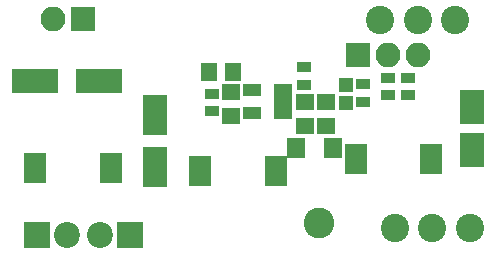
<source format=gts>
G04 #@! TF.FileFunction,Soldermask,Top*
%FSLAX46Y46*%
G04 Gerber Fmt 4.6, Leading zero omitted, Abs format (unit mm)*
G04 Created by KiCad (PCBNEW 4.0.6) date 2017 October 10, Tuesday 00:19:03*
%MOMM*%
%LPD*%
G01*
G04 APERTURE LIST*
%ADD10C,0.100000*%
%ADD11R,1.620000X1.050000*%
%ADD12R,3.900000X2.000000*%
%ADD13R,2.000000X3.400000*%
%ADD14R,1.400000X1.650000*%
%ADD15R,1.650000X1.400000*%
%ADD16R,1.900000X2.600000*%
%ADD17R,1.300000X0.900000*%
%ADD18R,1.150000X1.200000*%
%ADD19R,2.000000X3.000000*%
%ADD20R,2.100000X2.100000*%
%ADD21O,2.100000X2.100000*%
%ADD22R,1.600000X1.800000*%
%ADD23C,2.398980*%
%ADD24R,2.200000X2.200000*%
%ADD25C,2.200000*%
%ADD26C,2.600000*%
G04 APERTURE END LIST*
D10*
D11*
X119674000Y-80058300D03*
X119674000Y-79108300D03*
X119674000Y-78158300D03*
X117054000Y-78158300D03*
X117054000Y-80058300D03*
D12*
X98646000Y-77393800D03*
X104046000Y-77393800D03*
D13*
X108839000Y-84673800D03*
X108839000Y-80273800D03*
D14*
X113401600Y-76657200D03*
X115401600Y-76657200D03*
D15*
X121488200Y-81162400D03*
X121488200Y-79162400D03*
D16*
X98654000Y-84759800D03*
X105054000Y-84759800D03*
X112624000Y-85013800D03*
X119024000Y-85013800D03*
X125806600Y-83972400D03*
X132206600Y-83972400D03*
D17*
X113639600Y-79947200D03*
X113639600Y-78447200D03*
D15*
X115265200Y-80349600D03*
X115265200Y-78349600D03*
X123291600Y-81162400D03*
X123291600Y-79162400D03*
D18*
X124968000Y-77710600D03*
X124968000Y-79210600D03*
D19*
X135686800Y-83207000D03*
X135686800Y-79607000D03*
D17*
X126453900Y-79147100D03*
X126453900Y-77647100D03*
X121437400Y-77724700D03*
X121437400Y-76224700D03*
X130213100Y-78601000D03*
X130213100Y-77101000D03*
X128587500Y-78601000D03*
X128587500Y-77101000D03*
D20*
X102717600Y-72136000D03*
D21*
X100177600Y-72136000D03*
D22*
X123877200Y-83032600D03*
X120777200Y-83032600D03*
D20*
X125984000Y-75184000D03*
D21*
X128524000Y-75184000D03*
X131064000Y-75184000D03*
D23*
X129133600Y-89865200D03*
X132308600Y-89865200D03*
X135483600Y-89865200D03*
X127889000Y-72263000D03*
X131064000Y-72263000D03*
X134239000Y-72263000D03*
D24*
X98806000Y-90424000D03*
D25*
X101346000Y-90424000D03*
D24*
X106680000Y-90424000D03*
D25*
X104140000Y-90424000D03*
D26*
X122682000Y-89408000D03*
M02*

</source>
